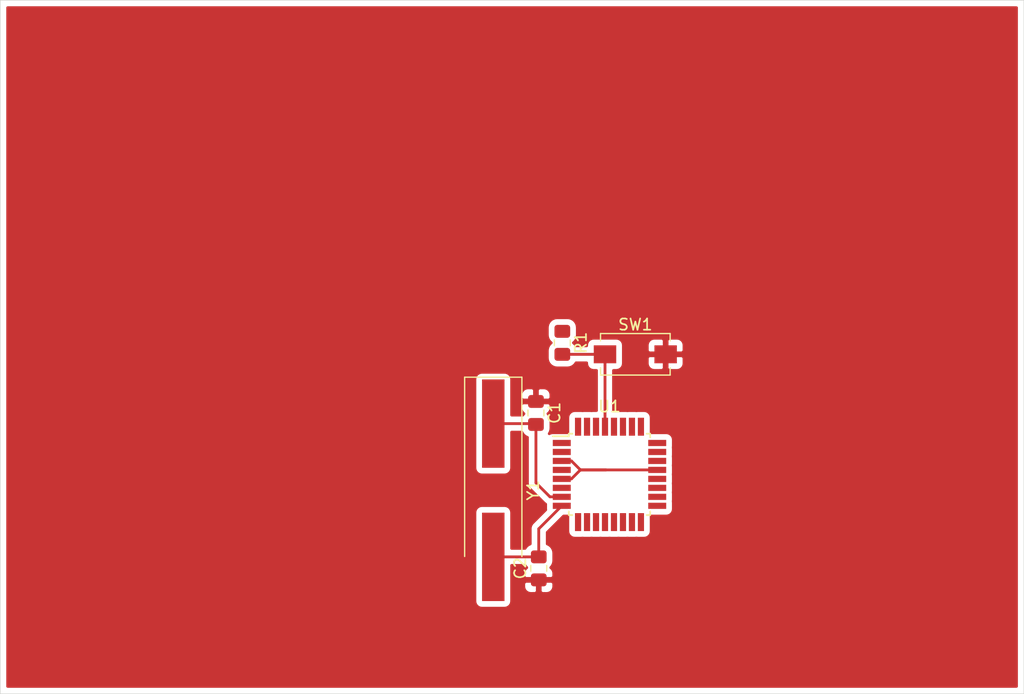
<source format=kicad_pcb>
(kicad_pcb (version 20171130) (host pcbnew "(5.1.8)-1")

  (general
    (thickness 1.6)
    (drawings 4)
    (tracks 16)
    (zones 0)
    (modules 6)
    (nets 32)
  )

  (page A4)
  (layers
    (0 F.Cu signal)
    (31 B.Cu signal)
    (32 B.Adhes user)
    (33 F.Adhes user)
    (34 B.Paste user)
    (35 F.Paste user)
    (36 B.SilkS user)
    (37 F.SilkS user)
    (38 B.Mask user)
    (39 F.Mask user)
    (40 Dwgs.User user)
    (41 Cmts.User user)
    (42 Eco1.User user)
    (43 Eco2.User user)
    (44 Edge.Cuts user)
    (45 Margin user)
    (46 B.CrtYd user)
    (47 F.CrtYd user)
    (48 B.Fab user)
    (49 F.Fab user)
  )

  (setup
    (last_trace_width 0.25)
    (trace_clearance 0.2)
    (zone_clearance 0.508)
    (zone_45_only no)
    (trace_min 0.2)
    (via_size 0.8)
    (via_drill 0.4)
    (via_min_size 0.4)
    (via_min_drill 0.3)
    (uvia_size 0.3)
    (uvia_drill 0.1)
    (uvias_allowed no)
    (uvia_min_size 0.2)
    (uvia_min_drill 0.1)
    (edge_width 0.05)
    (segment_width 0.2)
    (pcb_text_width 0.3)
    (pcb_text_size 1.5 1.5)
    (mod_edge_width 0.12)
    (mod_text_size 1 1)
    (mod_text_width 0.15)
    (pad_size 1.524 1.524)
    (pad_drill 0.762)
    (pad_to_mask_clearance 0)
    (aux_axis_origin 0 0)
    (visible_elements FFFFFF7F)
    (pcbplotparams
      (layerselection 0x010fc_ffffffff)
      (usegerberextensions false)
      (usegerberattributes true)
      (usegerberadvancedattributes true)
      (creategerberjobfile true)
      (excludeedgelayer true)
      (linewidth 0.100000)
      (plotframeref false)
      (viasonmask false)
      (mode 1)
      (useauxorigin false)
      (hpglpennumber 1)
      (hpglpenspeed 20)
      (hpglpendiameter 15.000000)
      (psnegative false)
      (psa4output false)
      (plotreference true)
      (plotvalue true)
      (plotinvisibletext false)
      (padsonsilk false)
      (subtractmaskfromsilk false)
      (outputformat 1)
      (mirror false)
      (drillshape 1)
      (scaleselection 1)
      (outputdirectory ""))
  )

  (net 0 "")
  (net 1 GND)
  (net 2 "Net-(C1-Pad2)")
  (net 3 "Net-(C2-Pad2)")
  (net 4 VCC)
  (net 5 "Net-(R1-Pad2)")
  (net 6 "Net-(U1-Pad1)")
  (net 7 "Net-(U1-Pad2)")
  (net 8 "Net-(U1-Pad21)")
  (net 9 "Net-(U1-Pad4)")
  (net 10 "Net-(U1-Pad9)")
  (net 11 "Net-(U1-Pad10)")
  (net 12 "Net-(U1-Pad11)")
  (net 13 "Net-(U1-Pad12)")
  (net 14 "Net-(U1-Pad13)")
  (net 15 "Net-(U1-Pad14)")
  (net 16 "Net-(U1-Pad15)")
  (net 17 "Net-(U1-Pad16)")
  (net 18 "Net-(U1-Pad17)")
  (net 19 "Net-(U1-Pad18)")
  (net 20 "Net-(U1-Pad19)")
  (net 21 "Net-(U1-Pad20)")
  (net 22 "Net-(U1-Pad22)")
  (net 23 "Net-(U1-Pad23)")
  (net 24 "Net-(U1-Pad24)")
  (net 25 "Net-(U1-Pad25)")
  (net 26 "Net-(U1-Pad26)")
  (net 27 "Net-(U1-Pad27)")
  (net 28 "Net-(U1-Pad28)")
  (net 29 "Net-(U1-Pad30)")
  (net 30 "Net-(U1-Pad31)")
  (net 31 "Net-(U1-Pad32)")

  (net_class Default "This is the default net class."
    (clearance 0.2)
    (trace_width 0.25)
    (via_dia 0.8)
    (via_drill 0.4)
    (uvia_dia 0.3)
    (uvia_drill 0.1)
    (add_net GND)
    (add_net "Net-(C1-Pad2)")
    (add_net "Net-(C2-Pad2)")
    (add_net "Net-(R1-Pad2)")
    (add_net "Net-(U1-Pad1)")
    (add_net "Net-(U1-Pad10)")
    (add_net "Net-(U1-Pad11)")
    (add_net "Net-(U1-Pad12)")
    (add_net "Net-(U1-Pad13)")
    (add_net "Net-(U1-Pad14)")
    (add_net "Net-(U1-Pad15)")
    (add_net "Net-(U1-Pad16)")
    (add_net "Net-(U1-Pad17)")
    (add_net "Net-(U1-Pad18)")
    (add_net "Net-(U1-Pad19)")
    (add_net "Net-(U1-Pad2)")
    (add_net "Net-(U1-Pad20)")
    (add_net "Net-(U1-Pad21)")
    (add_net "Net-(U1-Pad22)")
    (add_net "Net-(U1-Pad23)")
    (add_net "Net-(U1-Pad24)")
    (add_net "Net-(U1-Pad25)")
    (add_net "Net-(U1-Pad26)")
    (add_net "Net-(U1-Pad27)")
    (add_net "Net-(U1-Pad28)")
    (add_net "Net-(U1-Pad30)")
    (add_net "Net-(U1-Pad31)")
    (add_net "Net-(U1-Pad32)")
    (add_net "Net-(U1-Pad4)")
    (add_net "Net-(U1-Pad9)")
    (add_net VCC)
  )

  (module Capacitor_SMD:C_0805_2012Metric_Pad1.15x1.40mm_HandSolder (layer F.Cu) (tedit 5B36C52B) (tstamp 5FDC125F)
    (at 102.05 128.875 270)
    (descr "Capacitor SMD 0805 (2012 Metric), square (rectangular) end terminal, IPC_7351 nominal with elongated pad for handsoldering. (Body size source: https://docs.google.com/spreadsheets/d/1BsfQQcO9C6DZCsRaXUlFlo91Tg2WpOkGARC1WS5S8t0/edit?usp=sharing), generated with kicad-footprint-generator")
    (tags "capacitor handsolder")
    (path /5FDBB1BC/5FDC3AAB)
    (attr smd)
    (fp_text reference C1 (at 0 -1.65 90) (layer F.SilkS)
      (effects (font (size 1 1) (thickness 0.15)))
    )
    (fp_text value 22pF (at 0 1.65 90) (layer F.Fab)
      (effects (font (size 1 1) (thickness 0.15)))
    )
    (fp_line (start 1.85 0.95) (end -1.85 0.95) (layer F.CrtYd) (width 0.05))
    (fp_line (start 1.85 -0.95) (end 1.85 0.95) (layer F.CrtYd) (width 0.05))
    (fp_line (start -1.85 -0.95) (end 1.85 -0.95) (layer F.CrtYd) (width 0.05))
    (fp_line (start -1.85 0.95) (end -1.85 -0.95) (layer F.CrtYd) (width 0.05))
    (fp_line (start -0.261252 0.71) (end 0.261252 0.71) (layer F.SilkS) (width 0.12))
    (fp_line (start -0.261252 -0.71) (end 0.261252 -0.71) (layer F.SilkS) (width 0.12))
    (fp_line (start 1 0.6) (end -1 0.6) (layer F.Fab) (width 0.1))
    (fp_line (start 1 -0.6) (end 1 0.6) (layer F.Fab) (width 0.1))
    (fp_line (start -1 -0.6) (end 1 -0.6) (layer F.Fab) (width 0.1))
    (fp_line (start -1 0.6) (end -1 -0.6) (layer F.Fab) (width 0.1))
    (fp_text user %R (at 0 0 90) (layer F.Fab)
      (effects (font (size 0.5 0.5) (thickness 0.08)))
    )
    (pad 1 smd roundrect (at -1.025 0 270) (size 1.15 1.4) (layers F.Cu F.Paste F.Mask) (roundrect_rratio 0.217391)
      (net 1 GND))
    (pad 2 smd roundrect (at 1.025 0 270) (size 1.15 1.4) (layers F.Cu F.Paste F.Mask) (roundrect_rratio 0.217391)
      (net 2 "Net-(C1-Pad2)"))
    (model ${KISYS3DMOD}/Capacitor_SMD.3dshapes/C_0805_2012Metric.wrl
      (at (xyz 0 0 0))
      (scale (xyz 1 1 1))
      (rotate (xyz 0 0 0))
    )
  )

  (module Capacitor_SMD:C_0805_2012Metric_Pad1.15x1.40mm_HandSolder (layer F.Cu) (tedit 5B36C52B) (tstamp 5FDC149E)
    (at 102.3 142.725 90)
    (descr "Capacitor SMD 0805 (2012 Metric), square (rectangular) end terminal, IPC_7351 nominal with elongated pad for handsoldering. (Body size source: https://docs.google.com/spreadsheets/d/1BsfQQcO9C6DZCsRaXUlFlo91Tg2WpOkGARC1WS5S8t0/edit?usp=sharing), generated with kicad-footprint-generator")
    (tags "capacitor handsolder")
    (path /5FDBB1BC/5FDC4464)
    (attr smd)
    (fp_text reference C2 (at 0 -1.65 90) (layer F.SilkS)
      (effects (font (size 1 1) (thickness 0.15)))
    )
    (fp_text value 22pF (at 0 1.65 90) (layer F.Fab)
      (effects (font (size 1 1) (thickness 0.15)))
    )
    (fp_text user %R (at 0 0 90) (layer F.Fab)
      (effects (font (size 0.5 0.5) (thickness 0.08)))
    )
    (fp_line (start -1 0.6) (end -1 -0.6) (layer F.Fab) (width 0.1))
    (fp_line (start -1 -0.6) (end 1 -0.6) (layer F.Fab) (width 0.1))
    (fp_line (start 1 -0.6) (end 1 0.6) (layer F.Fab) (width 0.1))
    (fp_line (start 1 0.6) (end -1 0.6) (layer F.Fab) (width 0.1))
    (fp_line (start -0.261252 -0.71) (end 0.261252 -0.71) (layer F.SilkS) (width 0.12))
    (fp_line (start -0.261252 0.71) (end 0.261252 0.71) (layer F.SilkS) (width 0.12))
    (fp_line (start -1.85 0.95) (end -1.85 -0.95) (layer F.CrtYd) (width 0.05))
    (fp_line (start -1.85 -0.95) (end 1.85 -0.95) (layer F.CrtYd) (width 0.05))
    (fp_line (start 1.85 -0.95) (end 1.85 0.95) (layer F.CrtYd) (width 0.05))
    (fp_line (start 1.85 0.95) (end -1.85 0.95) (layer F.CrtYd) (width 0.05))
    (pad 2 smd roundrect (at 1.025 0 90) (size 1.15 1.4) (layers F.Cu F.Paste F.Mask) (roundrect_rratio 0.217391)
      (net 3 "Net-(C2-Pad2)"))
    (pad 1 smd roundrect (at -1.025 0 90) (size 1.15 1.4) (layers F.Cu F.Paste F.Mask) (roundrect_rratio 0.217391)
      (net 1 GND))
    (model ${KISYS3DMOD}/Capacitor_SMD.3dshapes/C_0805_2012Metric.wrl
      (at (xyz 0 0 0))
      (scale (xyz 1 1 1))
      (rotate (xyz 0 0 0))
    )
  )

  (module Resistor_SMD:R_0805_2012Metric_Pad1.15x1.40mm_HandSolder (layer F.Cu) (tedit 5B36C52B) (tstamp 5FDC1281)
    (at 104.4 122.625 270)
    (descr "Resistor SMD 0805 (2012 Metric), square (rectangular) end terminal, IPC_7351 nominal with elongated pad for handsoldering. (Body size source: https://docs.google.com/spreadsheets/d/1BsfQQcO9C6DZCsRaXUlFlo91Tg2WpOkGARC1WS5S8t0/edit?usp=sharing), generated with kicad-footprint-generator")
    (tags "resistor handsolder")
    (path /5FDBB1BC/5FDBF4E4)
    (attr smd)
    (fp_text reference R1 (at 0 -1.65 90) (layer F.SilkS)
      (effects (font (size 1 1) (thickness 0.15)))
    )
    (fp_text value 10k (at 0 1.65 90) (layer F.Fab)
      (effects (font (size 1 1) (thickness 0.15)))
    )
    (fp_line (start 1.85 0.95) (end -1.85 0.95) (layer F.CrtYd) (width 0.05))
    (fp_line (start 1.85 -0.95) (end 1.85 0.95) (layer F.CrtYd) (width 0.05))
    (fp_line (start -1.85 -0.95) (end 1.85 -0.95) (layer F.CrtYd) (width 0.05))
    (fp_line (start -1.85 0.95) (end -1.85 -0.95) (layer F.CrtYd) (width 0.05))
    (fp_line (start -0.261252 0.71) (end 0.261252 0.71) (layer F.SilkS) (width 0.12))
    (fp_line (start -0.261252 -0.71) (end 0.261252 -0.71) (layer F.SilkS) (width 0.12))
    (fp_line (start 1 0.6) (end -1 0.6) (layer F.Fab) (width 0.1))
    (fp_line (start 1 -0.6) (end 1 0.6) (layer F.Fab) (width 0.1))
    (fp_line (start -1 -0.6) (end 1 -0.6) (layer F.Fab) (width 0.1))
    (fp_line (start -1 0.6) (end -1 -0.6) (layer F.Fab) (width 0.1))
    (fp_text user %R (at 0 0 90) (layer F.Fab)
      (effects (font (size 0.5 0.5) (thickness 0.08)))
    )
    (pad 1 smd roundrect (at -1.025 0 270) (size 1.15 1.4) (layers F.Cu F.Paste F.Mask) (roundrect_rratio 0.217391)
      (net 4 VCC))
    (pad 2 smd roundrect (at 1.025 0 270) (size 1.15 1.4) (layers F.Cu F.Paste F.Mask) (roundrect_rratio 0.217391)
      (net 5 "Net-(R1-Pad2)"))
    (model ${KISYS3DMOD}/Resistor_SMD.3dshapes/R_0805_2012Metric.wrl
      (at (xyz 0 0 0))
      (scale (xyz 1 1 1))
      (rotate (xyz 0 0 0))
    )
  )

  (module Button_Switch_SMD:SW_SPST_EVQPE1 (layer F.Cu) (tedit 5A02FC95) (tstamp 5FDC129A)
    (at 110.9 123.65)
    (descr "Light Touch Switch, https://industrial.panasonic.com/cdbs/www-data/pdf/ATK0000/ATK0000CE7.pdf")
    (path /5FDBB1BC/5FDC05EB)
    (attr smd)
    (fp_text reference SW1 (at 0 -2.65) (layer F.SilkS)
      (effects (font (size 1 1) (thickness 0.15)))
    )
    (fp_text value Reset (at 0 3) (layer F.Fab)
      (effects (font (size 1 1) (thickness 0.15)))
    )
    (fp_line (start -3.1 1.85) (end 3.1 1.85) (layer F.SilkS) (width 0.12))
    (fp_line (start 3.1 -1.85) (end -3.1 -1.85) (layer F.SilkS) (width 0.12))
    (fp_line (start -3.1 -1.85) (end -3.1 -1.2) (layer F.SilkS) (width 0.12))
    (fp_line (start -3.1 1.2) (end -3.1 1.85) (layer F.SilkS) (width 0.12))
    (fp_line (start 3.1 1.85) (end 3.1 1.2) (layer F.SilkS) (width 0.12))
    (fp_line (start 3.1 -1.85) (end 3.1 -1.2) (layer F.SilkS) (width 0.12))
    (fp_line (start -3.95 2) (end -3.95 -2) (layer F.CrtYd) (width 0.05))
    (fp_line (start 3.95 2) (end -3.95 2) (layer F.CrtYd) (width 0.05))
    (fp_line (start 3.95 -2) (end 3.95 2) (layer F.CrtYd) (width 0.05))
    (fp_line (start -3.95 -2) (end 3.95 -2) (layer F.CrtYd) (width 0.05))
    (fp_line (start -1.4 0.7) (end -1.4 -0.7) (layer F.Fab) (width 0.1))
    (fp_line (start 1.4 0.7) (end -1.4 0.7) (layer F.Fab) (width 0.1))
    (fp_line (start 1.4 -0.7) (end 1.4 0.7) (layer F.Fab) (width 0.1))
    (fp_line (start -1.4 -0.7) (end 1.4 -0.7) (layer F.Fab) (width 0.1))
    (fp_line (start -3 -1.75) (end 3 -1.75) (layer F.Fab) (width 0.1))
    (fp_line (start -3 1.75) (end -3 -1.75) (layer F.Fab) (width 0.1))
    (fp_line (start 3 1.75) (end -3 1.75) (layer F.Fab) (width 0.1))
    (fp_line (start 3 -1.75) (end 3 1.75) (layer F.Fab) (width 0.1))
    (fp_text user %R (at 0 -2.65) (layer F.Fab)
      (effects (font (size 1 1) (thickness 0.15)))
    )
    (pad 2 smd rect (at 2.7 0) (size 2 1.6) (layers F.Cu F.Paste F.Mask)
      (net 1 GND))
    (pad 1 smd rect (at -2.7 0) (size 2 1.6) (layers F.Cu F.Paste F.Mask)
      (net 5 "Net-(R1-Pad2)"))
    (model ${KISYS3DMOD}/Button_Switch_SMD.3dshapes/SW_SPST_EVQPE1.wrl
      (at (xyz 0 0 0))
      (scale (xyz 1 1 1))
      (rotate (xyz 0 0 0))
    )
  )

  (module Package_QFP:TQFP-32_7x7mm_P0.8mm (layer F.Cu) (tedit 5A02F146) (tstamp 5FDC12D1)
    (at 108.6 134.35)
    (descr "32-Lead Plastic Thin Quad Flatpack (PT) - 7x7x1.0 mm Body, 2.00 mm [TQFP] (see Microchip Packaging Specification 00000049BS.pdf)")
    (tags "QFP 0.8")
    (path /5FDBB1BC/5FDBB41C)
    (attr smd)
    (fp_text reference U1 (at 0 -6.05) (layer F.SilkS)
      (effects (font (size 1 1) (thickness 0.15)))
    )
    (fp_text value ATmega328P-AU (at 0 6.05) (layer F.Fab)
      (effects (font (size 1 1) (thickness 0.15)))
    )
    (fp_line (start -3.625 -3.4) (end -5.05 -3.4) (layer F.SilkS) (width 0.15))
    (fp_line (start 3.625 -3.625) (end 3.3 -3.625) (layer F.SilkS) (width 0.15))
    (fp_line (start 3.625 3.625) (end 3.3 3.625) (layer F.SilkS) (width 0.15))
    (fp_line (start -3.625 3.625) (end -3.3 3.625) (layer F.SilkS) (width 0.15))
    (fp_line (start -3.625 -3.625) (end -3.3 -3.625) (layer F.SilkS) (width 0.15))
    (fp_line (start -3.625 3.625) (end -3.625 3.3) (layer F.SilkS) (width 0.15))
    (fp_line (start 3.625 3.625) (end 3.625 3.3) (layer F.SilkS) (width 0.15))
    (fp_line (start 3.625 -3.625) (end 3.625 -3.3) (layer F.SilkS) (width 0.15))
    (fp_line (start -3.625 -3.625) (end -3.625 -3.4) (layer F.SilkS) (width 0.15))
    (fp_line (start -5.3 5.3) (end 5.3 5.3) (layer F.CrtYd) (width 0.05))
    (fp_line (start -5.3 -5.3) (end 5.3 -5.3) (layer F.CrtYd) (width 0.05))
    (fp_line (start 5.3 -5.3) (end 5.3 5.3) (layer F.CrtYd) (width 0.05))
    (fp_line (start -5.3 -5.3) (end -5.3 5.3) (layer F.CrtYd) (width 0.05))
    (fp_line (start -3.5 -2.5) (end -2.5 -3.5) (layer F.Fab) (width 0.15))
    (fp_line (start -3.5 3.5) (end -3.5 -2.5) (layer F.Fab) (width 0.15))
    (fp_line (start 3.5 3.5) (end -3.5 3.5) (layer F.Fab) (width 0.15))
    (fp_line (start 3.5 -3.5) (end 3.5 3.5) (layer F.Fab) (width 0.15))
    (fp_line (start -2.5 -3.5) (end 3.5 -3.5) (layer F.Fab) (width 0.15))
    (fp_text user %R (at 0 0) (layer F.Fab)
      (effects (font (size 1 1) (thickness 0.15)))
    )
    (pad 1 smd rect (at -4.25 -2.8) (size 1.6 0.55) (layers F.Cu F.Paste F.Mask)
      (net 6 "Net-(U1-Pad1)"))
    (pad 2 smd rect (at -4.25 -2) (size 1.6 0.55) (layers F.Cu F.Paste F.Mask)
      (net 7 "Net-(U1-Pad2)"))
    (pad 3 smd rect (at -4.25 -1.2) (size 1.6 0.55) (layers F.Cu F.Paste F.Mask)
      (net 8 "Net-(U1-Pad21)"))
    (pad 4 smd rect (at -4.25 -0.4) (size 1.6 0.55) (layers F.Cu F.Paste F.Mask)
      (net 9 "Net-(U1-Pad4)"))
    (pad 5 smd rect (at -4.25 0.4) (size 1.6 0.55) (layers F.Cu F.Paste F.Mask)
      (net 8 "Net-(U1-Pad21)"))
    (pad 6 smd rect (at -4.25 1.2) (size 1.6 0.55) (layers F.Cu F.Paste F.Mask)
      (net 9 "Net-(U1-Pad4)"))
    (pad 7 smd rect (at -4.25 2) (size 1.6 0.55) (layers F.Cu F.Paste F.Mask)
      (net 2 "Net-(C1-Pad2)"))
    (pad 8 smd rect (at -4.25 2.8) (size 1.6 0.55) (layers F.Cu F.Paste F.Mask)
      (net 3 "Net-(C2-Pad2)"))
    (pad 9 smd rect (at -2.8 4.25 90) (size 1.6 0.55) (layers F.Cu F.Paste F.Mask)
      (net 10 "Net-(U1-Pad9)"))
    (pad 10 smd rect (at -2 4.25 90) (size 1.6 0.55) (layers F.Cu F.Paste F.Mask)
      (net 11 "Net-(U1-Pad10)"))
    (pad 11 smd rect (at -1.2 4.25 90) (size 1.6 0.55) (layers F.Cu F.Paste F.Mask)
      (net 12 "Net-(U1-Pad11)"))
    (pad 12 smd rect (at -0.4 4.25 90) (size 1.6 0.55) (layers F.Cu F.Paste F.Mask)
      (net 13 "Net-(U1-Pad12)"))
    (pad 13 smd rect (at 0.4 4.25 90) (size 1.6 0.55) (layers F.Cu F.Paste F.Mask)
      (net 14 "Net-(U1-Pad13)"))
    (pad 14 smd rect (at 1.2 4.25 90) (size 1.6 0.55) (layers F.Cu F.Paste F.Mask)
      (net 15 "Net-(U1-Pad14)"))
    (pad 15 smd rect (at 2 4.25 90) (size 1.6 0.55) (layers F.Cu F.Paste F.Mask)
      (net 16 "Net-(U1-Pad15)"))
    (pad 16 smd rect (at 2.8 4.25 90) (size 1.6 0.55) (layers F.Cu F.Paste F.Mask)
      (net 17 "Net-(U1-Pad16)"))
    (pad 17 smd rect (at 4.25 2.8) (size 1.6 0.55) (layers F.Cu F.Paste F.Mask)
      (net 18 "Net-(U1-Pad17)"))
    (pad 18 smd rect (at 4.25 2) (size 1.6 0.55) (layers F.Cu F.Paste F.Mask)
      (net 19 "Net-(U1-Pad18)"))
    (pad 19 smd rect (at 4.25 1.2) (size 1.6 0.55) (layers F.Cu F.Paste F.Mask)
      (net 20 "Net-(U1-Pad19)"))
    (pad 20 smd rect (at 4.25 0.4) (size 1.6 0.55) (layers F.Cu F.Paste F.Mask)
      (net 21 "Net-(U1-Pad20)"))
    (pad 21 smd rect (at 4.25 -0.4) (size 1.6 0.55) (layers F.Cu F.Paste F.Mask)
      (net 8 "Net-(U1-Pad21)"))
    (pad 22 smd rect (at 4.25 -1.2) (size 1.6 0.55) (layers F.Cu F.Paste F.Mask)
      (net 22 "Net-(U1-Pad22)"))
    (pad 23 smd rect (at 4.25 -2) (size 1.6 0.55) (layers F.Cu F.Paste F.Mask)
      (net 23 "Net-(U1-Pad23)"))
    (pad 24 smd rect (at 4.25 -2.8) (size 1.6 0.55) (layers F.Cu F.Paste F.Mask)
      (net 24 "Net-(U1-Pad24)"))
    (pad 25 smd rect (at 2.8 -4.25 90) (size 1.6 0.55) (layers F.Cu F.Paste F.Mask)
      (net 25 "Net-(U1-Pad25)"))
    (pad 26 smd rect (at 2 -4.25 90) (size 1.6 0.55) (layers F.Cu F.Paste F.Mask)
      (net 26 "Net-(U1-Pad26)"))
    (pad 27 smd rect (at 1.2 -4.25 90) (size 1.6 0.55) (layers F.Cu F.Paste F.Mask)
      (net 27 "Net-(U1-Pad27)"))
    (pad 28 smd rect (at 0.4 -4.25 90) (size 1.6 0.55) (layers F.Cu F.Paste F.Mask)
      (net 28 "Net-(U1-Pad28)"))
    (pad 29 smd rect (at -0.4 -4.25 90) (size 1.6 0.55) (layers F.Cu F.Paste F.Mask)
      (net 5 "Net-(R1-Pad2)"))
    (pad 30 smd rect (at -1.2 -4.25 90) (size 1.6 0.55) (layers F.Cu F.Paste F.Mask)
      (net 29 "Net-(U1-Pad30)"))
    (pad 31 smd rect (at -2 -4.25 90) (size 1.6 0.55) (layers F.Cu F.Paste F.Mask)
      (net 30 "Net-(U1-Pad31)"))
    (pad 32 smd rect (at -2.8 -4.25 90) (size 1.6 0.55) (layers F.Cu F.Paste F.Mask)
      (net 31 "Net-(U1-Pad32)"))
    (model ${KISYS3DMOD}/Package_QFP.3dshapes/TQFP-32_7x7mm_P0.8mm.wrl
      (at (xyz 0 0 0))
      (scale (xyz 1 1 1))
      (rotate (xyz 0 0 0))
    )
  )

  (module Crystal:Crystal_SMD_HC49-SD_HandSoldering (layer F.Cu) (tedit 5A1AD52C) (tstamp 5FDC12E7)
    (at 98.25 135.7625 270)
    (descr "SMD Crystal HC-49-SD http://cdn-reichelt.de/documents/datenblatt/B400/xxx-HC49-SMD.pdf, hand-soldering, 11.4x4.7mm^2 package")
    (tags "SMD SMT crystal hand-soldering")
    (path /5FDBB1BC/5FDBCDE3)
    (attr smd)
    (fp_text reference Y1 (at 0 -3.55 90) (layer F.SilkS)
      (effects (font (size 1 1) (thickness 0.15)))
    )
    (fp_text value 8MHz (at 0 3.55 90) (layer F.Fab)
      (effects (font (size 1 1) (thickness 0.15)))
    )
    (fp_line (start 10.2 -2.6) (end -10.2 -2.6) (layer F.CrtYd) (width 0.05))
    (fp_line (start 10.2 2.6) (end 10.2 -2.6) (layer F.CrtYd) (width 0.05))
    (fp_line (start -10.2 2.6) (end 10.2 2.6) (layer F.CrtYd) (width 0.05))
    (fp_line (start -10.2 -2.6) (end -10.2 2.6) (layer F.CrtYd) (width 0.05))
    (fp_line (start -10.075 2.55) (end 5.9 2.55) (layer F.SilkS) (width 0.12))
    (fp_line (start -10.075 -2.55) (end -10.075 2.55) (layer F.SilkS) (width 0.12))
    (fp_line (start 5.9 -2.55) (end -10.075 -2.55) (layer F.SilkS) (width 0.12))
    (fp_line (start -3.015 2.115) (end 3.015 2.115) (layer F.Fab) (width 0.1))
    (fp_line (start -3.015 -2.115) (end 3.015 -2.115) (layer F.Fab) (width 0.1))
    (fp_line (start 5.7 -2.35) (end -5.7 -2.35) (layer F.Fab) (width 0.1))
    (fp_line (start 5.7 2.35) (end 5.7 -2.35) (layer F.Fab) (width 0.1))
    (fp_line (start -5.7 2.35) (end 5.7 2.35) (layer F.Fab) (width 0.1))
    (fp_line (start -5.7 -2.35) (end -5.7 2.35) (layer F.Fab) (width 0.1))
    (fp_text user %R (at 0 0 90) (layer F.Fab)
      (effects (font (size 1 1) (thickness 0.15)))
    )
    (fp_arc (start -3.015 0) (end -3.015 -2.115) (angle -180) (layer F.Fab) (width 0.1))
    (fp_arc (start 3.015 0) (end 3.015 -2.115) (angle 180) (layer F.Fab) (width 0.1))
    (pad 1 smd rect (at -5.9375 0 270) (size 7.875 2) (layers F.Cu F.Paste F.Mask)
      (net 2 "Net-(C1-Pad2)"))
    (pad 2 smd rect (at 5.9375 0 270) (size 7.875 2) (layers F.Cu F.Paste F.Mask)
      (net 3 "Net-(C2-Pad2)"))
    (model ${KISYS3DMOD}/Crystal.3dshapes/Crystal_SMD_HC49-SD.wrl
      (at (xyz 0 0 0))
      (scale (xyz 1 1 1))
      (rotate (xyz 0 0 0))
    )
  )

  (gr_line (start 145.5 92.1) (end 54.35 92.1) (layer Edge.Cuts) (width 0.05))
  (gr_line (start 145.5 153.9) (end 145.5 92.1) (layer Edge.Cuts) (width 0.05))
  (gr_line (start 54.35 153.9) (end 145.5 153.9) (layer Edge.Cuts) (width 0.05))
  (gr_line (start 54.35 92.1) (end 54.35 153.9) (layer Edge.Cuts) (width 0.05))

  (segment (start 101.975 129.825) (end 102.05 129.9) (width 0.25) (layer F.Cu) (net 2))
  (segment (start 98.25 129.825) (end 101.975 129.825) (width 0.25) (layer F.Cu) (net 2))
  (segment (start 103.3 136.35) (end 104.35 136.35) (width 0.25) (layer F.Cu) (net 2))
  (segment (start 102.05 135.1) (end 103.3 136.35) (width 0.25) (layer F.Cu) (net 2))
  (segment (start 102.05 129.9) (end 102.05 135.1) (width 0.25) (layer F.Cu) (net 2))
  (segment (start 102.3 139.2) (end 104.35 137.15) (width 0.25) (layer F.Cu) (net 3))
  (segment (start 102.3 141.7) (end 102.3 139.2) (width 0.25) (layer F.Cu) (net 3))
  (segment (start 102.3 141.7) (end 98.25 141.7) (width 0.25) (layer F.Cu) (net 3))
  (segment (start 104.4 123.65) (end 108.2 123.65) (width 0.25) (layer F.Cu) (net 5))
  (segment (start 108.2 130.1) (end 108.2 123.65) (width 0.25) (layer F.Cu) (net 5))
  (segment (start 105.210002 133.15) (end 104.35 133.15) (width 0.25) (layer F.Cu) (net 8))
  (segment (start 106.010002 133.95) (end 105.210002 133.15) (width 0.25) (layer F.Cu) (net 8))
  (segment (start 112.85 133.95) (end 106.010002 133.95) (width 0.25) (layer F.Cu) (net 8))
  (segment (start 106.010002 133.95) (end 108.3 133.95) (width 0.25) (layer F.Cu) (net 8))
  (segment (start 105.210002 134.75) (end 104.35 134.75) (width 0.25) (layer F.Cu) (net 8))
  (segment (start 106.010002 133.95) (end 105.210002 134.75) (width 0.25) (layer F.Cu) (net 8))

  (zone (net 1) (net_name GND) (layer F.Cu) (tstamp 0) (hatch edge 0.508)
    (connect_pads (clearance 0.508))
    (min_thickness 0.254)
    (fill yes (arc_segments 32) (thermal_gap 0.508) (thermal_bridge_width 0.508))
    (polygon
      (pts
        (xy 145.5 153.9) (xy 54.35 153.9) (xy 54.35 92.1) (xy 145.5 92.1)
      )
    )
    (filled_polygon
      (pts
        (xy 144.84 153.24) (xy 55.01 153.24) (xy 55.01 125.8875) (xy 96.611928 125.8875) (xy 96.611928 133.7625)
        (xy 96.624188 133.886982) (xy 96.660498 134.00668) (xy 96.719463 134.116994) (xy 96.798815 134.213685) (xy 96.895506 134.293037)
        (xy 97.00582 134.352002) (xy 97.125518 134.388312) (xy 97.25 134.400572) (xy 99.25 134.400572) (xy 99.374482 134.388312)
        (xy 99.49418 134.352002) (xy 99.604494 134.293037) (xy 99.701185 134.213685) (xy 99.780537 134.116994) (xy 99.839502 134.00668)
        (xy 99.875812 133.886982) (xy 99.888072 133.7625) (xy 99.888072 130.585) (xy 100.790298 130.585) (xy 100.861595 130.718387)
        (xy 100.972038 130.852962) (xy 101.106613 130.963405) (xy 101.260149 131.045472) (xy 101.29 131.054527) (xy 101.290001 135.062668)
        (xy 101.286324 135.1) (xy 101.300998 135.248985) (xy 101.344454 135.392246) (xy 101.415026 135.524276) (xy 101.440682 135.555537)
        (xy 101.51 135.640001) (xy 101.538998 135.663799) (xy 102.736201 136.861003) (xy 102.759999 136.890001) (xy 102.788997 136.913799)
        (xy 102.875723 136.984974) (xy 102.905732 137.001014) (xy 102.911928 137.004326) (xy 102.911928 137.425) (xy 102.919842 137.505356)
        (xy 101.788998 138.636201) (xy 101.76 138.659999) (xy 101.736202 138.688997) (xy 101.736201 138.688998) (xy 101.665026 138.775724)
        (xy 101.594454 138.907754) (xy 101.550998 139.051015) (xy 101.536324 139.2) (xy 101.540001 139.237332) (xy 101.54 140.545473)
        (xy 101.510149 140.554528) (xy 101.356613 140.636595) (xy 101.222038 140.747038) (xy 101.111595 140.881613) (xy 101.080386 140.94)
        (xy 99.888072 140.94) (xy 99.888072 137.7625) (xy 99.875812 137.638018) (xy 99.839502 137.51832) (xy 99.780537 137.408006)
        (xy 99.701185 137.311315) (xy 99.604494 137.231963) (xy 99.49418 137.172998) (xy 99.374482 137.136688) (xy 99.25 137.124428)
        (xy 97.25 137.124428) (xy 97.125518 137.136688) (xy 97.00582 137.172998) (xy 96.895506 137.231963) (xy 96.798815 137.311315)
        (xy 96.719463 137.408006) (xy 96.660498 137.51832) (xy 96.624188 137.638018) (xy 96.611928 137.7625) (xy 96.611928 145.6375)
        (xy 96.624188 145.761982) (xy 96.660498 145.88168) (xy 96.719463 145.991994) (xy 96.798815 146.088685) (xy 96.895506 146.168037)
        (xy 97.00582 146.227002) (xy 97.125518 146.263312) (xy 97.25 146.275572) (xy 99.25 146.275572) (xy 99.374482 146.263312)
        (xy 99.49418 146.227002) (xy 99.604494 146.168037) (xy 99.701185 146.088685) (xy 99.780537 145.991994) (xy 99.839502 145.88168)
        (xy 99.875812 145.761982) (xy 99.888072 145.6375) (xy 99.888072 144.325) (xy 100.961928 144.325) (xy 100.974188 144.449482)
        (xy 101.010498 144.56918) (xy 101.069463 144.679494) (xy 101.148815 144.776185) (xy 101.245506 144.855537) (xy 101.35582 144.914502)
        (xy 101.475518 144.950812) (xy 101.6 144.963072) (xy 102.01425 144.96) (xy 102.173 144.80125) (xy 102.173 143.877)
        (xy 102.427 143.877) (xy 102.427 144.80125) (xy 102.58575 144.96) (xy 103 144.963072) (xy 103.124482 144.950812)
        (xy 103.24418 144.914502) (xy 103.354494 144.855537) (xy 103.451185 144.776185) (xy 103.530537 144.679494) (xy 103.589502 144.56918)
        (xy 103.625812 144.449482) (xy 103.638072 144.325) (xy 103.635 144.03575) (xy 103.47625 143.877) (xy 102.427 143.877)
        (xy 102.173 143.877) (xy 101.12375 143.877) (xy 100.965 144.03575) (xy 100.961928 144.325) (xy 99.888072 144.325)
        (xy 99.888072 142.46) (xy 101.080386 142.46) (xy 101.111595 142.518387) (xy 101.222038 142.652962) (xy 101.228594 142.658342)
        (xy 101.148815 142.723815) (xy 101.069463 142.820506) (xy 101.010498 142.93082) (xy 100.974188 143.050518) (xy 100.961928 143.175)
        (xy 100.965 143.46425) (xy 101.12375 143.623) (xy 102.173 143.623) (xy 102.173 143.603) (xy 102.427 143.603)
        (xy 102.427 143.623) (xy 103.47625 143.623) (xy 103.635 143.46425) (xy 103.638072 143.175) (xy 103.625812 143.050518)
        (xy 103.589502 142.93082) (xy 103.530537 142.820506) (xy 103.451185 142.723815) (xy 103.371406 142.658342) (xy 103.377962 142.652962)
        (xy 103.488405 142.518387) (xy 103.570472 142.364851) (xy 103.621008 142.198255) (xy 103.638072 142.025001) (xy 103.638072 141.374999)
        (xy 103.621008 141.201745) (xy 103.570472 141.035149) (xy 103.488405 140.881613) (xy 103.377962 140.747038) (xy 103.243387 140.636595)
        (xy 103.089851 140.554528) (xy 103.06 140.545473) (xy 103.06 139.514801) (xy 104.51173 138.063072) (xy 104.886928 138.063072)
        (xy 104.886928 139.4) (xy 104.899188 139.524482) (xy 104.935498 139.64418) (xy 104.994463 139.754494) (xy 105.073815 139.851185)
        (xy 105.170506 139.930537) (xy 105.28082 139.989502) (xy 105.400518 140.025812) (xy 105.525 140.038072) (xy 106.075 140.038072)
        (xy 106.199482 140.025812) (xy 106.2 140.025655) (xy 106.200518 140.025812) (xy 106.325 140.038072) (xy 106.875 140.038072)
        (xy 106.999482 140.025812) (xy 107 140.025655) (xy 107.000518 140.025812) (xy 107.125 140.038072) (xy 107.675 140.038072)
        (xy 107.799482 140.025812) (xy 107.8 140.025655) (xy 107.800518 140.025812) (xy 107.925 140.038072) (xy 108.475 140.038072)
        (xy 108.599482 140.025812) (xy 108.6 140.025655) (xy 108.600518 140.025812) (xy 108.725 140.038072) (xy 109.275 140.038072)
        (xy 109.399482 140.025812) (xy 109.4 140.025655) (xy 109.400518 140.025812) (xy 109.525 140.038072) (xy 110.075 140.038072)
        (xy 110.199482 140.025812) (xy 110.2 140.025655) (xy 110.200518 140.025812) (xy 110.325 140.038072) (xy 110.875 140.038072)
        (xy 110.999482 140.025812) (xy 111 140.025655) (xy 111.000518 140.025812) (xy 111.125 140.038072) (xy 111.675 140.038072)
        (xy 111.799482 140.025812) (xy 111.91918 139.989502) (xy 112.029494 139.930537) (xy 112.126185 139.851185) (xy 112.205537 139.754494)
        (xy 112.264502 139.64418) (xy 112.300812 139.524482) (xy 112.313072 139.4) (xy 112.313072 138.063072) (xy 113.65 138.063072)
        (xy 113.774482 138.050812) (xy 113.89418 138.014502) (xy 114.004494 137.955537) (xy 114.101185 137.876185) (xy 114.180537 137.779494)
        (xy 114.239502 137.66918) (xy 114.275812 137.549482) (xy 114.288072 137.425) (xy 114.288072 136.875) (xy 114.275812 136.750518)
        (xy 114.275655 136.75) (xy 114.275812 136.749482) (xy 114.288072 136.625) (xy 114.288072 136.075) (xy 114.275812 135.950518)
        (xy 114.275655 135.95) (xy 114.275812 135.949482) (xy 114.288072 135.825) (xy 114.288072 135.275) (xy 114.275812 135.150518)
        (xy 114.275655 135.15) (xy 114.275812 135.149482) (xy 114.288072 135.025) (xy 114.288072 134.475) (xy 114.275812 134.350518)
        (xy 114.275655 134.35) (xy 114.275812 134.349482) (xy 114.288072 134.225) (xy 114.288072 133.675) (xy 114.275812 133.550518)
        (xy 114.275655 133.55) (xy 114.275812 133.549482) (xy 114.288072 133.425) (xy 114.288072 132.875) (xy 114.275812 132.750518)
        (xy 114.275655 132.75) (xy 114.275812 132.749482) (xy 114.288072 132.625) (xy 114.288072 132.075) (xy 114.275812 131.950518)
        (xy 114.275655 131.95) (xy 114.275812 131.949482) (xy 114.288072 131.825) (xy 114.288072 131.275) (xy 114.275812 131.150518)
        (xy 114.239502 131.03082) (xy 114.180537 130.920506) (xy 114.101185 130.823815) (xy 114.004494 130.744463) (xy 113.89418 130.685498)
        (xy 113.774482 130.649188) (xy 113.65 130.636928) (xy 112.313072 130.636928) (xy 112.313072 129.3) (xy 112.300812 129.175518)
        (xy 112.264502 129.05582) (xy 112.205537 128.945506) (xy 112.126185 128.848815) (xy 112.029494 128.769463) (xy 111.91918 128.710498)
        (xy 111.799482 128.674188) (xy 111.675 128.661928) (xy 111.125 128.661928) (xy 111.000518 128.674188) (xy 111 128.674345)
        (xy 110.999482 128.674188) (xy 110.875 128.661928) (xy 110.325 128.661928) (xy 110.200518 128.674188) (xy 110.2 128.674345)
        (xy 110.199482 128.674188) (xy 110.075 128.661928) (xy 109.525 128.661928) (xy 109.400518 128.674188) (xy 109.4 128.674345)
        (xy 109.399482 128.674188) (xy 109.275 128.661928) (xy 108.96 128.661928) (xy 108.96 125.088072) (xy 109.2 125.088072)
        (xy 109.324482 125.075812) (xy 109.44418 125.039502) (xy 109.554494 124.980537) (xy 109.651185 124.901185) (xy 109.730537 124.804494)
        (xy 109.789502 124.69418) (xy 109.825812 124.574482) (xy 109.838072 124.45) (xy 111.961928 124.45) (xy 111.974188 124.574482)
        (xy 112.010498 124.69418) (xy 112.069463 124.804494) (xy 112.148815 124.901185) (xy 112.245506 124.980537) (xy 112.35582 125.039502)
        (xy 112.475518 125.075812) (xy 112.6 125.088072) (xy 113.31425 125.085) (xy 113.473 124.92625) (xy 113.473 123.777)
        (xy 113.727 123.777) (xy 113.727 124.92625) (xy 113.88575 125.085) (xy 114.6 125.088072) (xy 114.724482 125.075812)
        (xy 114.84418 125.039502) (xy 114.954494 124.980537) (xy 115.051185 124.901185) (xy 115.130537 124.804494) (xy 115.189502 124.69418)
        (xy 115.225812 124.574482) (xy 115.238072 124.45) (xy 115.235 123.93575) (xy 115.07625 123.777) (xy 113.727 123.777)
        (xy 113.473 123.777) (xy 112.12375 123.777) (xy 111.965 123.93575) (xy 111.961928 124.45) (xy 109.838072 124.45)
        (xy 109.838072 122.85) (xy 111.961928 122.85) (xy 111.965 123.36425) (xy 112.12375 123.523) (xy 113.473 123.523)
        (xy 113.473 122.37375) (xy 113.727 122.37375) (xy 113.727 123.523) (xy 115.07625 123.523) (xy 115.235 123.36425)
        (xy 115.238072 122.85) (xy 115.225812 122.725518) (xy 115.189502 122.60582) (xy 115.130537 122.495506) (xy 115.051185 122.398815)
        (xy 114.954494 122.319463) (xy 114.84418 122.260498) (xy 114.724482 122.224188) (xy 114.6 122.211928) (xy 113.88575 122.215)
        (xy 113.727 122.37375) (xy 113.473 122.37375) (xy 113.31425 122.215) (xy 112.6 122.211928) (xy 112.475518 122.224188)
        (xy 112.35582 122.260498) (xy 112.245506 122.319463) (xy 112.148815 122.398815) (xy 112.069463 122.495506) (xy 112.010498 122.60582)
        (xy 111.974188 122.725518) (xy 111.961928 122.85) (xy 109.838072 122.85) (xy 109.825812 122.725518) (xy 109.789502 122.60582)
        (xy 109.730537 122.495506) (xy 109.651185 122.398815) (xy 109.554494 122.319463) (xy 109.44418 122.260498) (xy 109.324482 122.224188)
        (xy 109.2 122.211928) (xy 107.2 122.211928) (xy 107.075518 122.224188) (xy 106.95582 122.260498) (xy 106.845506 122.319463)
        (xy 106.748815 122.398815) (xy 106.669463 122.495506) (xy 106.610498 122.60582) (xy 106.574188 122.725518) (xy 106.561928 122.85)
        (xy 106.561928 122.89) (xy 105.619614 122.89) (xy 105.588405 122.831613) (xy 105.477962 122.697038) (xy 105.390184 122.625)
        (xy 105.477962 122.552962) (xy 105.588405 122.418387) (xy 105.670472 122.264851) (xy 105.721008 122.098255) (xy 105.738072 121.925001)
        (xy 105.738072 121.274999) (xy 105.721008 121.101745) (xy 105.670472 120.935149) (xy 105.588405 120.781613) (xy 105.477962 120.647038)
        (xy 105.343387 120.536595) (xy 105.189851 120.454528) (xy 105.023255 120.403992) (xy 104.850001 120.386928) (xy 103.949999 120.386928)
        (xy 103.776745 120.403992) (xy 103.610149 120.454528) (xy 103.456613 120.536595) (xy 103.322038 120.647038) (xy 103.211595 120.781613)
        (xy 103.129528 120.935149) (xy 103.078992 121.101745) (xy 103.061928 121.274999) (xy 103.061928 121.925001) (xy 103.078992 122.098255)
        (xy 103.129528 122.264851) (xy 103.211595 122.418387) (xy 103.322038 122.552962) (xy 103.409816 122.625) (xy 103.322038 122.697038)
        (xy 103.211595 122.831613) (xy 103.129528 122.985149) (xy 103.078992 123.151745) (xy 103.061928 123.324999) (xy 103.061928 123.975001)
        (xy 103.078992 124.148255) (xy 103.129528 124.314851) (xy 103.211595 124.468387) (xy 103.322038 124.602962) (xy 103.456613 124.713405)
        (xy 103.610149 124.795472) (xy 103.776745 124.846008) (xy 103.949999 124.863072) (xy 104.850001 124.863072) (xy 105.023255 124.846008)
        (xy 105.189851 124.795472) (xy 105.343387 124.713405) (xy 105.477962 124.602962) (xy 105.588405 124.468387) (xy 105.619614 124.41)
        (xy 106.561928 124.41) (xy 106.561928 124.45) (xy 106.574188 124.574482) (xy 106.610498 124.69418) (xy 106.669463 124.804494)
        (xy 106.748815 124.901185) (xy 106.845506 124.980537) (xy 106.95582 125.039502) (xy 107.075518 125.075812) (xy 107.2 125.088072)
        (xy 107.440001 125.088072) (xy 107.44 128.661928) (xy 107.125 128.661928) (xy 107.000518 128.674188) (xy 107 128.674345)
        (xy 106.999482 128.674188) (xy 106.875 128.661928) (xy 106.325 128.661928) (xy 106.200518 128.674188) (xy 106.2 128.674345)
        (xy 106.199482 128.674188) (xy 106.075 128.661928) (xy 105.525 128.661928) (xy 105.400518 128.674188) (xy 105.28082 128.710498)
        (xy 105.170506 128.769463) (xy 105.073815 128.848815) (xy 104.994463 128.945506) (xy 104.935498 129.05582) (xy 104.899188 129.175518)
        (xy 104.886928 129.3) (xy 104.886928 130.636928) (xy 103.55 130.636928) (xy 103.425518 130.649188) (xy 103.30582 130.685498)
        (xy 103.233806 130.723991) (xy 103.238405 130.718387) (xy 103.320472 130.564851) (xy 103.371008 130.398255) (xy 103.388072 130.225001)
        (xy 103.388072 129.574999) (xy 103.371008 129.401745) (xy 103.320472 129.235149) (xy 103.238405 129.081613) (xy 103.127962 128.947038)
        (xy 103.121406 128.941658) (xy 103.201185 128.876185) (xy 103.280537 128.779494) (xy 103.339502 128.66918) (xy 103.375812 128.549482)
        (xy 103.388072 128.425) (xy 103.385 128.13575) (xy 103.22625 127.977) (xy 102.177 127.977) (xy 102.177 127.997)
        (xy 101.923 127.997) (xy 101.923 127.977) (xy 100.87375 127.977) (xy 100.715 128.13575) (xy 100.711928 128.425)
        (xy 100.724188 128.549482) (xy 100.760498 128.66918) (xy 100.819463 128.779494) (xy 100.898815 128.876185) (xy 100.978594 128.941658)
        (xy 100.972038 128.947038) (xy 100.875229 129.065) (xy 99.888072 129.065) (xy 99.888072 127.275) (xy 100.711928 127.275)
        (xy 100.715 127.56425) (xy 100.87375 127.723) (xy 101.923 127.723) (xy 101.923 126.79875) (xy 102.177 126.79875)
        (xy 102.177 127.723) (xy 103.22625 127.723) (xy 103.385 127.56425) (xy 103.388072 127.275) (xy 103.375812 127.150518)
        (xy 103.339502 127.03082) (xy 103.280537 126.920506) (xy 103.201185 126.823815) (xy 103.104494 126.744463) (xy 102.99418 126.685498)
        (xy 102.874482 126.649188) (xy 102.75 126.636928) (xy 102.33575 126.64) (xy 102.177 126.79875) (xy 101.923 126.79875)
        (xy 101.76425 126.64) (xy 101.35 126.636928) (xy 101.225518 126.649188) (xy 101.10582 126.685498) (xy 100.995506 126.744463)
        (xy 100.898815 126.823815) (xy 100.819463 126.920506) (xy 100.760498 127.03082) (xy 100.724188 127.150518) (xy 100.711928 127.275)
        (xy 99.888072 127.275) (xy 99.888072 125.8875) (xy 99.875812 125.763018) (xy 99.839502 125.64332) (xy 99.780537 125.533006)
        (xy 99.701185 125.436315) (xy 99.604494 125.356963) (xy 99.49418 125.297998) (xy 99.374482 125.261688) (xy 99.25 125.249428)
        (xy 97.25 125.249428) (xy 97.125518 125.261688) (xy 97.00582 125.297998) (xy 96.895506 125.356963) (xy 96.798815 125.436315)
        (xy 96.719463 125.533006) (xy 96.660498 125.64332) (xy 96.624188 125.763018) (xy 96.611928 125.8875) (xy 55.01 125.8875)
        (xy 55.01 92.76) (xy 144.840001 92.76)
      )
    )
  )
)

</source>
